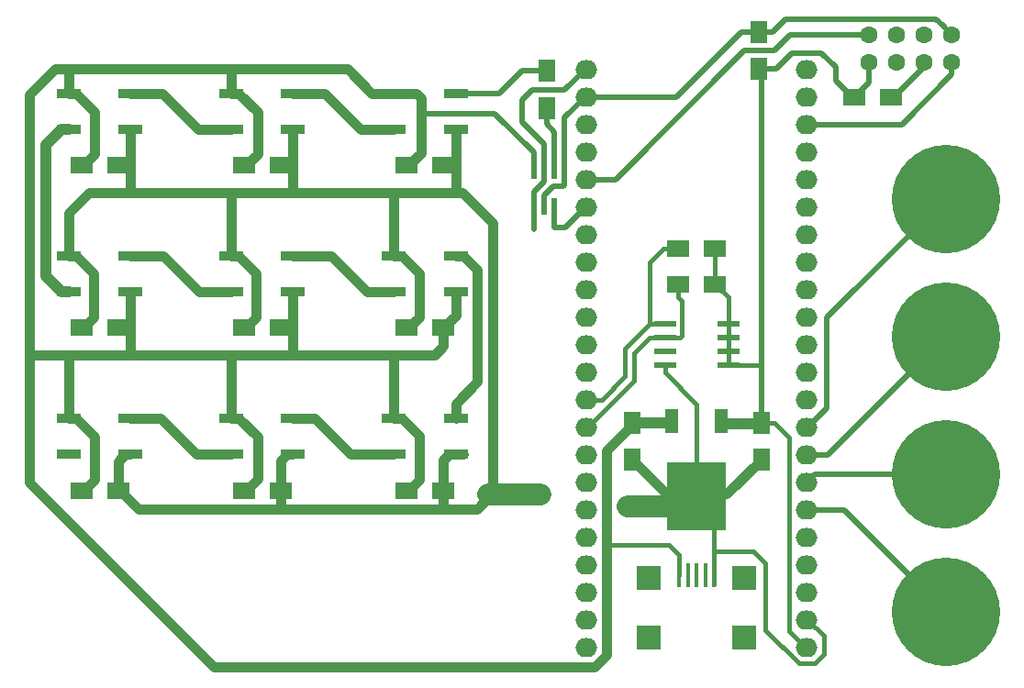
<source format=gtl>
G04 #@! TF.FileFunction,Copper,L1,Top,Signal*
%FSLAX46Y46*%
G04 Gerber Fmt 4.6, Leading zero omitted, Abs format (unit mm)*
G04 Created by KiCad (PCBNEW (2015-03-04 BZR 5478)-product) date Tue 24 Mar 2015 16:15:30 GMT*
%MOMM*%
G01*
G04 APERTURE LIST*
%ADD10C,0.150000*%
%ADD11R,0.550000X1.500000*%
%ADD12R,1.600000X2.000000*%
%ADD13R,2.000000X1.600000*%
%ADD14O,2.000000X1.778000*%
%ADD15R,2.300000X0.900000*%
%ADD16C,1.600000*%
%ADD17C,10.000000*%
%ADD18R,2.197100X2.197100*%
%ADD19R,0.400000X2.197100*%
%ADD20R,2.000000X0.600000*%
%ADD21R,5.500000X6.300000*%
%ADD22R,1.300000X2.200000*%
%ADD23C,0.889000*%
%ADD24C,0.900000*%
%ADD25C,0.500000*%
%ADD26C,1.000000*%
%ADD27C,0.400000*%
%ADD28C,2.000000*%
G04 APERTURE END LIST*
D10*
D11*
X47334000Y43230000D03*
X48284000Y43230000D03*
X49234000Y43230000D03*
X49234000Y46530000D03*
X48284000Y46530000D03*
X47334000Y46530000D03*
D12*
X56388000Y23290000D03*
X56388000Y19890000D03*
X68326000Y23290000D03*
X68326000Y19890000D03*
D13*
X38984000Y47032000D03*
X35584000Y47032000D03*
X35584000Y32032000D03*
X38984000Y32032000D03*
X38984000Y17032000D03*
X35584000Y17032000D03*
X20584000Y32032000D03*
X23984000Y32032000D03*
X23984000Y47032000D03*
X20584000Y47032000D03*
X5584000Y32032000D03*
X8984000Y32032000D03*
X23984000Y17032000D03*
X20584000Y17032000D03*
X8984000Y47032000D03*
X5584000Y47032000D03*
X8984000Y17032000D03*
X5584000Y17032000D03*
X76907000Y53330000D03*
X80307000Y53330000D03*
D14*
X52197000Y2540000D03*
X52197000Y5080000D03*
X52197000Y7620000D03*
X52197000Y10160000D03*
X52197000Y12700000D03*
X52197000Y15240000D03*
X52197000Y17780000D03*
X52197000Y20320000D03*
X52197000Y22860000D03*
X52197000Y25400000D03*
X52197000Y27940000D03*
X52197000Y30480000D03*
X52197000Y33020000D03*
X52197000Y35560000D03*
X52197000Y38100000D03*
X52197000Y40640000D03*
X52197000Y43180000D03*
X52197000Y45720000D03*
X52197000Y48260000D03*
X52197000Y50800000D03*
X52197000Y53340000D03*
X52197000Y55880000D03*
X72517000Y2540000D03*
X72517000Y5080000D03*
X72517000Y7620000D03*
X72517000Y10160000D03*
X72517000Y12700000D03*
X72517000Y15240000D03*
X72517000Y17780000D03*
X72517000Y20320000D03*
X72517000Y22860000D03*
X72517000Y25400000D03*
X72517000Y27940000D03*
X72517000Y30480000D03*
X72517000Y33020000D03*
X72517000Y35560000D03*
X72517000Y38100000D03*
X72517000Y40640000D03*
X72517000Y43180000D03*
X72517000Y45720000D03*
X72517000Y48260000D03*
X72517000Y50800000D03*
X72517000Y53340000D03*
X72517000Y55880000D03*
D15*
X34434000Y53682000D03*
X34434000Y50382000D03*
X40134000Y53682000D03*
X40134000Y50382000D03*
X40134000Y35382000D03*
X40134000Y38682000D03*
X34434000Y35382000D03*
X34434000Y38682000D03*
X34434000Y23682000D03*
X34434000Y20382000D03*
X40134000Y23682000D03*
X40134000Y20382000D03*
X19434000Y53682000D03*
X19434000Y50382000D03*
X25134000Y53682000D03*
X25134000Y50382000D03*
X25134000Y35382000D03*
X25134000Y38682000D03*
X19434000Y35382000D03*
X19434000Y38682000D03*
X19434000Y23682000D03*
X19434000Y20382000D03*
X25134000Y23682000D03*
X25134000Y20382000D03*
X4434000Y53682000D03*
X4434000Y50382000D03*
X10134000Y53682000D03*
X10134000Y50382000D03*
X10134000Y35382000D03*
X10134000Y38682000D03*
X4434000Y35382000D03*
X4434000Y38682000D03*
X4434000Y23682000D03*
X4434000Y20382000D03*
X10134000Y23682000D03*
X10134000Y20382000D03*
D16*
X78277000Y56540000D03*
X78277000Y59080000D03*
X80817000Y56540000D03*
X80817000Y59080000D03*
X83357000Y56540000D03*
X83357000Y59080000D03*
X85897000Y56540000D03*
X85897000Y59080000D03*
D17*
X85344000Y43942000D03*
X85344000Y31242000D03*
X85344000Y18542000D03*
X85344000Y5842000D03*
D18*
X66786760Y8953500D03*
D19*
X60759340Y9232900D03*
X61559440Y9232900D03*
X62357000Y9232900D03*
X63154560Y9232900D03*
X63954660Y9232900D03*
D18*
X57927240Y8953500D03*
X57927240Y3454400D03*
X66786760Y3454400D03*
D12*
X48534000Y55732000D03*
X48534000Y52332000D03*
X68072000Y59358000D03*
X68072000Y55958000D03*
D13*
X64057000Y36068000D03*
X60657000Y36068000D03*
X64057000Y39306500D03*
X60657000Y39306500D03*
D20*
X59432000Y32385000D03*
X59432000Y31115000D03*
X59432000Y29845000D03*
X59432000Y28575000D03*
X65282000Y28575000D03*
X65282000Y29845000D03*
X65282000Y31115000D03*
X65282000Y32385000D03*
D21*
X62357000Y16469000D03*
D22*
X64642000Y23459000D03*
X60072000Y23459000D03*
D23*
X56034000Y15532000D03*
X47934000Y16632000D03*
D24*
X34434000Y23682000D02*
X35134000Y23682000D01*
X35134000Y23682000D02*
X36784000Y22032000D01*
X36784000Y22032000D02*
X36784000Y18032000D01*
X36784000Y18032000D02*
X35784000Y17032000D01*
X35784000Y17032000D02*
X35584000Y17032000D01*
X34775633Y29532000D02*
X38184000Y29532000D01*
X24958675Y29532000D02*
X34775633Y29532000D01*
X34775633Y29532000D02*
X34434000Y29190367D01*
X34434000Y29190367D02*
X34434000Y23682000D01*
X38184000Y29532000D02*
X38984000Y30332000D01*
X38984000Y30332000D02*
X38984000Y32032000D01*
X40134000Y35382000D02*
X40134000Y33182000D01*
X40134000Y33182000D02*
X38984000Y32032000D01*
D25*
X47334000Y46530000D02*
X47334000Y48232000D01*
X47334000Y48232000D02*
X43747988Y51818012D01*
X43747988Y51818012D02*
X36934000Y51818012D01*
D26*
X59941000Y23290000D02*
X60072000Y23159000D01*
X56388000Y23290000D02*
X59941000Y23290000D01*
D24*
X56388000Y23090000D02*
X54047010Y20749010D01*
X56388000Y23290000D02*
X56388000Y23090000D01*
X25134000Y29707325D02*
X24958675Y29532000D01*
X10134000Y29534542D02*
X10136542Y29532000D01*
X4434000Y29499621D02*
X4466379Y29532000D01*
X4434000Y23682000D02*
X4434000Y29499621D01*
X4466379Y29532000D02*
X10136542Y29532000D01*
X18560553Y29532000D02*
X24958675Y29532000D01*
X10136542Y29532000D02*
X18560553Y29532000D01*
X19434000Y29532000D02*
X18560553Y29532000D01*
X19434000Y23682000D02*
X19434000Y29532000D01*
X32384000Y53682000D02*
X34434000Y53682000D01*
X30134000Y55932000D02*
X32384000Y53682000D01*
X4434000Y55842567D02*
X4434000Y53682000D01*
X4523433Y55932000D02*
X4434000Y55842567D01*
X18434874Y55932000D02*
X30134000Y55932000D01*
X4523433Y55932000D02*
X18434874Y55932000D01*
X19434000Y55932000D02*
X18434874Y55932000D01*
X19434000Y53682000D02*
X19434000Y55932000D01*
X23984000Y32032000D02*
X25121216Y32032000D01*
X25121216Y32032000D02*
X25134000Y32044784D01*
X25134000Y32044784D02*
X25134000Y29707325D01*
X25134000Y35382000D02*
X25134000Y32044784D01*
X9945026Y32032000D02*
X10134000Y31843026D01*
X10134000Y31843026D02*
X10134000Y29534542D01*
X8984000Y32032000D02*
X9945026Y32032000D01*
X10134000Y35382000D02*
X10134000Y31843026D01*
X20784000Y47032000D02*
X20584000Y47032000D01*
X21834000Y48082000D02*
X20784000Y47032000D01*
X21834000Y51982000D02*
X21834000Y48082000D01*
X20134000Y53682000D02*
X21834000Y51982000D01*
X19434000Y53682000D02*
X20134000Y53682000D01*
X5134000Y53682000D02*
X4434000Y53682000D01*
X6834000Y51982000D02*
X5134000Y53682000D01*
X6834000Y48082000D02*
X6834000Y51982000D01*
X5784000Y47032000D02*
X6834000Y48082000D01*
X5584000Y47032000D02*
X5784000Y47032000D01*
X35784000Y47032000D02*
X35584000Y47032000D01*
X36934000Y48182000D02*
X35784000Y47032000D01*
X36484000Y53682000D02*
X36934000Y53232000D01*
X34434000Y53682000D02*
X36484000Y53682000D01*
X5784000Y17032000D02*
X5584000Y17032000D01*
X6784000Y18032000D02*
X5784000Y17032000D01*
X6784000Y21982000D02*
X6784000Y18032000D01*
X5084000Y23682000D02*
X6784000Y21982000D01*
X4434000Y23682000D02*
X5084000Y23682000D01*
X20784000Y17032000D02*
X20584000Y17032000D01*
X21834000Y18082000D02*
X20784000Y17032000D01*
X21834000Y21982000D02*
X21834000Y18082000D01*
X20134000Y23682000D02*
X21834000Y21982000D01*
X19434000Y23682000D02*
X20134000Y23682000D01*
X36934000Y53232000D02*
X36934000Y51818012D01*
X36934000Y51818012D02*
X36934000Y48182000D01*
X54047010Y20749010D02*
X54047010Y12566006D01*
D27*
X54284000Y12329016D02*
X54047010Y12566006D01*
X54284000Y12032000D02*
X54284000Y12329016D01*
X59784000Y12032000D02*
X54284000Y12032000D01*
X60759340Y11056660D02*
X59784000Y12032000D01*
X60759340Y9232900D02*
X60759340Y11056660D01*
D24*
X3184000Y55932000D02*
X4523433Y55932000D01*
X784000Y53532000D02*
X3184000Y55932000D01*
X784000Y29532000D02*
X784000Y53532000D01*
X784000Y29532000D02*
X4466379Y29532000D01*
X784000Y17782000D02*
X784000Y29532000D01*
X52978321Y750990D02*
X17815010Y750990D01*
X17815010Y750990D02*
X784000Y17782000D01*
X54047010Y1819679D02*
X52978321Y750990D01*
X54047010Y12566006D02*
X54047010Y1819679D01*
D28*
X45394088Y16632000D02*
X47934000Y16632000D01*
X43134000Y16632000D02*
X45394088Y16632000D01*
D27*
X72517000Y5080000D02*
X72628000Y5080000D01*
X71789232Y1050990D02*
X68707000Y4133222D01*
X72628000Y5080000D02*
X74117010Y3590990D01*
X74117010Y1923232D02*
X73244768Y1050990D01*
X74117010Y3590990D02*
X74117010Y1923232D01*
X73244768Y1050990D02*
X71789232Y1050990D01*
X68707000Y4133222D02*
X68707000Y10310362D01*
X68707000Y10310362D02*
X67624884Y11392478D01*
X67624884Y11392478D02*
X63954660Y11392478D01*
X59432000Y28575000D02*
X59432000Y27875000D01*
X59432000Y27875000D02*
X62357000Y24950000D01*
X62357000Y19969000D02*
X62357000Y16719000D01*
X62357000Y24950000D02*
X62357000Y19969000D01*
D24*
X38984000Y47032000D02*
X40101288Y47032000D01*
X40101288Y47032000D02*
X40134000Y46999288D01*
X40172649Y44532000D02*
X40734000Y44532000D01*
X40734000Y44532000D02*
X43534000Y41732000D01*
X43534000Y41732000D02*
X43534000Y16782000D01*
X43534000Y16782000D02*
X42084000Y15332000D01*
X42084000Y15332000D02*
X38763743Y15332000D01*
D28*
X62357000Y16719000D02*
X61170000Y15532000D01*
X61170000Y15532000D02*
X56034000Y15532000D01*
D27*
X72406000Y5080000D02*
X72517000Y5080000D01*
X63954660Y9232900D02*
X63954660Y8334350D01*
X63954660Y15121340D02*
X62357000Y16719000D01*
X68326000Y20090000D02*
X68326000Y19890000D01*
D24*
X65155000Y16719000D02*
X68326000Y19890000D01*
X62357000Y16719000D02*
X65155000Y16719000D01*
X59559000Y16719000D02*
X56388000Y19890000D01*
X62357000Y16719000D02*
X59559000Y16719000D01*
X4434000Y42682000D02*
X4434000Y38682000D01*
X6284000Y44532000D02*
X4434000Y42682000D01*
X40134000Y20382000D02*
X40834000Y20382000D01*
X11108460Y44532000D02*
X6284000Y44532000D01*
X10134000Y44532000D02*
X11108460Y44532000D01*
X25134000Y44581731D02*
X25183731Y44532000D01*
X19434000Y44460849D02*
X19434000Y38682000D01*
X19505151Y44532000D02*
X19434000Y44460849D01*
X25183731Y44532000D02*
X19505151Y44532000D01*
X19505151Y44532000D02*
X11108460Y44532000D01*
X34434000Y44274421D02*
X34434000Y38682000D01*
X34176421Y44532000D02*
X34434000Y44274421D01*
X34176421Y44532000D02*
X25183731Y44532000D01*
X34176421Y44532000D02*
X39584000Y44532000D01*
X9184000Y17032000D02*
X10884000Y15332000D01*
X8984000Y17032000D02*
X9184000Y17032000D01*
X38984000Y15552257D02*
X38763743Y15332000D01*
X38984000Y17032000D02*
X38984000Y15552257D01*
X23984000Y15453025D02*
X23862975Y15332000D01*
X23984000Y17032000D02*
X23984000Y15453025D01*
X23862975Y15332000D02*
X38763743Y15332000D01*
X10884000Y15332000D02*
X23862975Y15332000D01*
X35784000Y32032000D02*
X35584000Y32032000D01*
X36734000Y32982000D02*
X35784000Y32032000D01*
X36734000Y37082000D02*
X36734000Y32982000D01*
X35134000Y38682000D02*
X36734000Y37082000D01*
X34434000Y38682000D02*
X35134000Y38682000D01*
X20784000Y32032000D02*
X20584000Y32032000D01*
X21734000Y32982000D02*
X20784000Y32032000D01*
X21734000Y37082000D02*
X21734000Y32982000D01*
X20134000Y38682000D02*
X21734000Y37082000D01*
X19434000Y38682000D02*
X20134000Y38682000D01*
X5134000Y38682000D02*
X4434000Y38682000D01*
X6734000Y37082000D02*
X5134000Y38682000D01*
X6734000Y32982000D02*
X6734000Y37082000D01*
X5784000Y32032000D02*
X6734000Y32982000D01*
X5584000Y32032000D02*
X5784000Y32032000D01*
X38984000Y44532000D02*
X39584000Y44532000D01*
X40172649Y44532000D02*
X40134000Y44570649D01*
X39584000Y44532000D02*
X40172649Y44532000D01*
X40134000Y46999288D02*
X40134000Y50382000D01*
X40134000Y44570649D02*
X40134000Y46999288D01*
X9634000Y20382000D02*
X10134000Y20382000D01*
X8984000Y19732000D02*
X9634000Y20382000D01*
X8984000Y17032000D02*
X8984000Y19732000D01*
X24584000Y20382000D02*
X25134000Y20382000D01*
X23984000Y19782000D02*
X24584000Y20382000D01*
X23984000Y17032000D02*
X23984000Y19782000D01*
X38984000Y19832000D02*
X39534000Y20382000D01*
X39534000Y20382000D02*
X40134000Y20382000D01*
X38984000Y17032000D02*
X38984000Y19832000D01*
D27*
X63954660Y11392478D02*
X63954660Y15121340D01*
X63954660Y9232900D02*
X63954660Y11392478D01*
D24*
X24922012Y47032000D02*
X25134000Y46820012D01*
X23984000Y47032000D02*
X24922012Y47032000D01*
X25134000Y46820012D02*
X25134000Y44581731D01*
X25134000Y50382000D02*
X25134000Y46820012D01*
X10015856Y47032000D02*
X10134000Y47150144D01*
X8984000Y47032000D02*
X10015856Y47032000D01*
X10134000Y47150144D02*
X10134000Y44532000D01*
X10134000Y50382000D02*
X10134000Y47150144D01*
D27*
X64057000Y36068000D02*
X64057000Y39306500D01*
X65282000Y32385000D02*
X65282000Y34843000D01*
X65282000Y34843000D02*
X64057000Y36068000D01*
X65282000Y31115000D02*
X65282000Y32385000D01*
X65282000Y29845000D02*
X65282000Y31115000D01*
X65282000Y28575000D02*
X65282000Y29845000D01*
D25*
X68326000Y23290000D02*
X68326000Y28478480D01*
X68326000Y28478480D02*
X68326000Y55704000D01*
D27*
X65282000Y28575000D02*
X68229480Y28575000D01*
X68229480Y28575000D02*
X68326000Y28478480D01*
X72406000Y2540000D02*
X72517000Y2540000D01*
X70916990Y4029010D02*
X72406000Y2540000D01*
X70916990Y21899010D02*
X70916990Y4029010D01*
X69526000Y23290000D02*
X70916990Y21899010D01*
X68326000Y23290000D02*
X69526000Y23290000D01*
D26*
X68195000Y23159000D02*
X68326000Y23290000D01*
X64642000Y23159000D02*
X68195000Y23159000D01*
D25*
X68326000Y55704000D02*
X68072000Y55958000D01*
X76784000Y53453000D02*
X76907000Y53330000D01*
X77075000Y53453000D02*
X76784000Y53453000D01*
X78277000Y54655000D02*
X77075000Y53453000D01*
X78277000Y56540000D02*
X78277000Y54655000D01*
X69674000Y55958000D02*
X68072000Y55958000D01*
X71135010Y57419010D02*
X69674000Y55958000D01*
X75184000Y56134000D02*
X73898990Y57419010D01*
X75184000Y54864000D02*
X75184000Y56134000D01*
X73898990Y57419010D02*
X71135010Y57419010D01*
X76718000Y53330000D02*
X75184000Y54864000D01*
X76907000Y53330000D02*
X76718000Y53330000D01*
X48534000Y55732000D02*
X46234000Y55732000D01*
X46234000Y55732000D02*
X44184000Y53682000D01*
X44184000Y53682000D02*
X40134000Y53682000D01*
D27*
X48534000Y55732000D02*
X47984000Y56282000D01*
X40234000Y53782000D02*
X40134000Y53682000D01*
D25*
X40284000Y53532000D02*
X40134000Y53682000D01*
X48534000Y55732000D02*
X48484000Y55782000D01*
X49234000Y50132000D02*
X49234000Y46530000D01*
X48534000Y52332000D02*
X48534000Y50832000D01*
X48534000Y50832000D02*
X49234000Y50132000D01*
X80307000Y53330000D02*
X80582000Y53330000D01*
X80582000Y53330000D02*
X83357000Y56105000D01*
X83357000Y56105000D02*
X83357000Y56540000D01*
X49234000Y41332000D02*
X50238000Y41332000D01*
X50238000Y41332000D02*
X52086000Y43180000D01*
X52086000Y43180000D02*
X52197000Y43180000D01*
X49234000Y43230000D02*
X49234000Y41332000D01*
X78277000Y59080000D02*
X71018000Y59080000D01*
X71018000Y59080000D02*
X69546001Y57608001D01*
X69546001Y57608001D02*
X66754807Y57608001D01*
X54866806Y45720000D02*
X53697000Y45720000D01*
X66754807Y57608001D02*
X54866806Y45720000D01*
X53697000Y45720000D02*
X52197000Y45720000D01*
X72517000Y50800000D02*
X81288370Y50800000D01*
X81288370Y50800000D02*
X85897000Y55408630D01*
X85897000Y55408630D02*
X85897000Y56540000D01*
X75946000Y15240000D02*
X72517000Y15240000D01*
X85344000Y5842000D02*
X75946000Y15240000D01*
X73279000Y18542000D02*
X72517000Y17780000D01*
X85344000Y18542000D02*
X73279000Y18542000D01*
X74422000Y20320000D02*
X72517000Y20320000D01*
X85344000Y31242000D02*
X74422000Y20320000D01*
X72628000Y22860000D02*
X72517000Y22860000D01*
X74384000Y24616000D02*
X72628000Y22860000D01*
X74384000Y32982000D02*
X74384000Y24616000D01*
X85344000Y43942000D02*
X74384000Y32982000D01*
D24*
X33734000Y50382000D02*
X34434000Y50382000D01*
X31384000Y50382000D02*
X33734000Y50382000D01*
X28084000Y53682000D02*
X31384000Y50382000D01*
X25134000Y53682000D02*
X28084000Y53682000D01*
X40134000Y38682000D02*
X40834000Y38682000D01*
X40834000Y38682000D02*
X42134001Y37381999D01*
X42134001Y37381999D02*
X42134001Y27032001D01*
X42134001Y27032001D02*
X40134000Y25032000D01*
X40134000Y25032000D02*
X40134000Y23682000D01*
X28684000Y38682000D02*
X25134000Y38682000D01*
X31984000Y35382000D02*
X28684000Y38682000D01*
X34434000Y35382000D02*
X31984000Y35382000D01*
X25134000Y23682000D02*
X27134000Y23682000D01*
X27134000Y23682000D02*
X30434000Y20382000D01*
X33734000Y20382000D02*
X34434000Y20382000D01*
X30434000Y20382000D02*
X33734000Y20382000D01*
X18734000Y50382000D02*
X19434000Y50382000D01*
X16334000Y50382000D02*
X18734000Y50382000D01*
X13034000Y53682000D02*
X16334000Y50382000D01*
X10134000Y53682000D02*
X13034000Y53682000D01*
X13134000Y38682000D02*
X10134000Y38682000D01*
X16434000Y35382000D02*
X13134000Y38682000D01*
X19434000Y35382000D02*
X16434000Y35382000D01*
X10134000Y23682000D02*
X12884000Y23682000D01*
X12884000Y23682000D02*
X16184000Y20382000D01*
X16184000Y20382000D02*
X18734000Y20382000D01*
X18734000Y20382000D02*
X19434000Y20382000D01*
D26*
X3734000Y35382000D02*
X4434000Y35382000D01*
X2284000Y36832000D02*
X3734000Y35382000D01*
X3734000Y50382000D02*
X2284000Y48932000D01*
X2284000Y48932000D02*
X2284000Y36832000D01*
X4434000Y50382000D02*
X3734000Y50382000D01*
D25*
X72628000Y38100000D02*
X72517000Y38100000D01*
X72628000Y48260000D02*
X72517000Y48260000D01*
D27*
X73025000Y52832000D02*
X72517000Y53340000D01*
X72517000Y55880000D02*
X72628000Y55880000D01*
D25*
X48284000Y46530000D02*
X48284000Y45532000D01*
X48284000Y45532000D02*
X47334000Y44582000D01*
X47334000Y44582000D02*
X47334000Y43230000D01*
X47334000Y43230000D02*
X47334000Y41082000D01*
X48284000Y46530000D02*
X48284000Y49032000D01*
X48284000Y49032000D02*
X46284000Y51032000D01*
X46284000Y51032000D02*
X46284000Y53052002D01*
X46284000Y53052002D02*
X47213999Y53982001D01*
X47213999Y53982001D02*
X50188001Y53982001D01*
X50188001Y53982001D02*
X52086000Y55880000D01*
X52086000Y55880000D02*
X52197000Y55880000D01*
D27*
X52197000Y55880000D02*
X52197000Y55556778D01*
D25*
X48284000Y43230000D02*
X48284000Y44259194D01*
X48284000Y44259194D02*
X49154805Y45129999D01*
X49154805Y45129999D02*
X50029001Y45129999D01*
X50029001Y45129999D02*
X50159001Y45259999D01*
X52197000Y53340000D02*
X52086000Y53340000D01*
X52086000Y53340000D02*
X50159001Y51413001D01*
X50159001Y51413001D02*
X50159001Y45259999D01*
X85097001Y59879999D02*
X85897000Y59080000D01*
X84446999Y60530001D02*
X85097001Y59879999D01*
X70544001Y60530001D02*
X84446999Y60530001D01*
X69372000Y59358000D02*
X70544001Y60530001D01*
X68072000Y59358000D02*
X69372000Y59358000D01*
X60452000Y53340000D02*
X52308000Y53340000D01*
X66470000Y59358000D02*
X60452000Y53340000D01*
X68072000Y59358000D02*
X66470000Y59358000D01*
D27*
X60657000Y36068000D02*
X60657000Y34868000D01*
X61032001Y31315001D02*
X60832000Y31115000D01*
X60657000Y34868000D02*
X61032001Y34492999D01*
X61032001Y34492999D02*
X61032001Y31315001D01*
X60832000Y31115000D02*
X59432000Y31115000D01*
X59432000Y31115000D02*
X58032000Y31115000D01*
X58032000Y31115000D02*
X56578500Y29661500D01*
X56578500Y29661500D02*
X56578500Y27130500D01*
X56578500Y27130500D02*
X52308000Y22860000D01*
X52308000Y22860000D02*
X52197000Y22860000D01*
D25*
X52086000Y22860000D02*
X52197000Y22860000D01*
D27*
X60657000Y39306500D02*
X59257000Y39306500D01*
X59257000Y39306500D02*
X58032000Y38081500D01*
X58032000Y38081500D02*
X58032000Y32385000D01*
X52197000Y25400000D02*
X53597000Y25400000D01*
X53597000Y25400000D02*
X55778490Y27581490D01*
X55778490Y30131490D02*
X58032000Y32385000D01*
X55778490Y27581490D02*
X55778490Y30131490D01*
X58032000Y32385000D02*
X59432000Y32385000D01*
D25*
X52308000Y25400000D02*
X52197000Y25400000D01*
M02*

</source>
